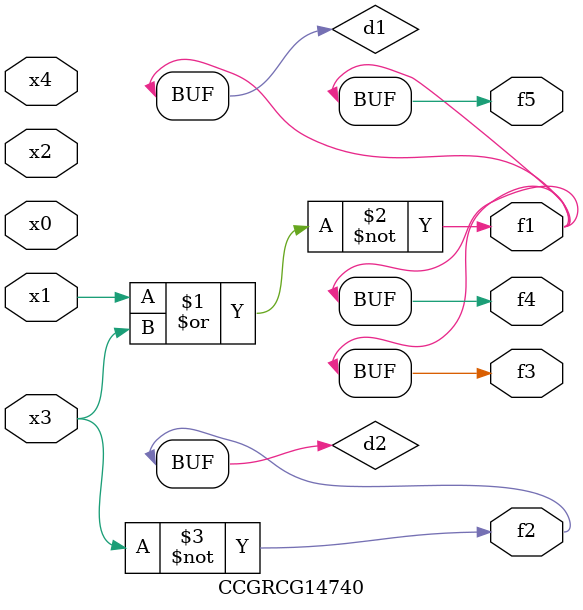
<source format=v>
module CCGRCG14740(
	input x0, x1, x2, x3, x4,
	output f1, f2, f3, f4, f5
);

	wire d1, d2;

	nor (d1, x1, x3);
	not (d2, x3);
	assign f1 = d1;
	assign f2 = d2;
	assign f3 = d1;
	assign f4 = d1;
	assign f5 = d1;
endmodule

</source>
